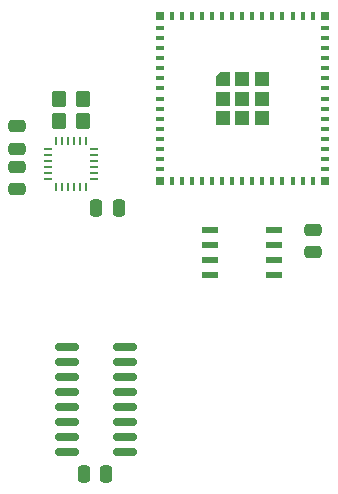
<source format=gbr>
%TF.GenerationSoftware,KiCad,Pcbnew,8.99.0-3406-g49ffbf5b50*%
%TF.CreationDate,2025-01-20T10:30:06+05:30*%
%TF.ProjectId,knob,6b6e6f62-2e6b-4696-9361-645f70636258,rev?*%
%TF.SameCoordinates,Original*%
%TF.FileFunction,Paste,Top*%
%TF.FilePolarity,Positive*%
%FSLAX46Y46*%
G04 Gerber Fmt 4.6, Leading zero omitted, Abs format (unit mm)*
G04 Created by KiCad (PCBNEW 8.99.0-3406-g49ffbf5b50) date 2025-01-20 10:30:06*
%MOMM*%
%LPD*%
G01*
G04 APERTURE LIST*
G04 Aperture macros list*
%AMRoundRect*
0 Rectangle with rounded corners*
0 $1 Rounding radius*
0 $2 $3 $4 $5 $6 $7 $8 $9 X,Y pos of 4 corners*
0 Add a 4 corners polygon primitive as box body*
4,1,4,$2,$3,$4,$5,$6,$7,$8,$9,$2,$3,0*
0 Add four circle primitives for the rounded corners*
1,1,$1+$1,$2,$3*
1,1,$1+$1,$4,$5*
1,1,$1+$1,$6,$7*
1,1,$1+$1,$8,$9*
0 Add four rect primitives between the rounded corners*
20,1,$1+$1,$2,$3,$4,$5,0*
20,1,$1+$1,$4,$5,$6,$7,0*
20,1,$1+$1,$6,$7,$8,$9,0*
20,1,$1+$1,$8,$9,$2,$3,0*%
%AMOutline5P*
0 Free polygon, 5 corners , with rotation*
0 The origin of the aperture is its center*
0 number of corners: always 5*
0 $1 to $10 corner X, Y*
0 $11 Rotation angle, in degrees counterclockwise*
0 create outline with 5 corners*
4,1,5,$1,$2,$3,$4,$5,$6,$7,$8,$9,$10,$1,$2,$11*%
%AMOutline6P*
0 Free polygon, 6 corners , with rotation*
0 The origin of the aperture is its center*
0 number of corners: always 6*
0 $1 to $12 corner X, Y*
0 $13 Rotation angle, in degrees counterclockwise*
0 create outline with 6 corners*
4,1,6,$1,$2,$3,$4,$5,$6,$7,$8,$9,$10,$11,$12,$1,$2,$13*%
%AMOutline7P*
0 Free polygon, 7 corners , with rotation*
0 The origin of the aperture is its center*
0 number of corners: always 7*
0 $1 to $14 corner X, Y*
0 $15 Rotation angle, in degrees counterclockwise*
0 create outline with 7 corners*
4,1,7,$1,$2,$3,$4,$5,$6,$7,$8,$9,$10,$11,$12,$13,$14,$1,$2,$15*%
%AMOutline8P*
0 Free polygon, 8 corners , with rotation*
0 The origin of the aperture is its center*
0 number of corners: always 8*
0 $1 to $16 corner X, Y*
0 $17 Rotation angle, in degrees counterclockwise*
0 create outline with 8 corners*
4,1,8,$1,$2,$3,$4,$5,$6,$7,$8,$9,$10,$11,$12,$13,$14,$15,$16,$1,$2,$17*%
G04 Aperture macros list end*
%ADD10RoundRect,0.250000X0.350000X0.450000X-0.350000X0.450000X-0.350000X-0.450000X0.350000X-0.450000X0*%
%ADD11R,1.400000X0.600000*%
%ADD12RoundRect,0.250000X-0.475000X0.250000X-0.475000X-0.250000X0.475000X-0.250000X0.475000X0.250000X0*%
%ADD13RoundRect,0.250000X0.475000X-0.250000X0.475000X0.250000X-0.475000X0.250000X-0.475000X-0.250000X0*%
%ADD14R,0.800000X0.400000*%
%ADD15R,0.400000X0.800000*%
%ADD16Outline5P,-0.600000X0.204000X-0.204000X0.600000X0.600000X0.600000X0.600000X-0.600000X-0.600000X-0.600000X0.000000*%
%ADD17R,1.200000X1.200000*%
%ADD18R,0.800000X0.800000*%
%ADD19RoundRect,0.250000X-0.250000X-0.475000X0.250000X-0.475000X0.250000X0.475000X-0.250000X0.475000X0*%
%ADD20RoundRect,0.250000X0.250000X0.475000X-0.250000X0.475000X-0.250000X-0.475000X0.250000X-0.475000X0*%
%ADD21R,0.280000X0.790000*%
%ADD22R,0.790000X0.280000*%
%ADD23RoundRect,0.150000X0.825000X0.150000X-0.825000X0.150000X-0.825000X-0.150000X0.825000X-0.150000X0*%
G04 APERTURE END LIST*
D10*
%TO.C,R11*%
X86500000Y-88910000D03*
X84500000Y-88910000D03*
%TD*%
D11*
%TO.C,U2*%
X102700000Y-101905000D03*
X102700000Y-100635000D03*
X102700000Y-99365000D03*
X102700000Y-98095000D03*
X97300000Y-98095000D03*
X97300000Y-99365000D03*
X97300000Y-100635000D03*
X97300000Y-101905000D03*
%TD*%
D12*
%TO.C,C1*%
X106000000Y-98095000D03*
X106000000Y-99995000D03*
%TD*%
D13*
%TO.C,C9*%
X80890000Y-94650000D03*
X80890000Y-92750000D03*
%TD*%
D14*
%TO.C,U1*%
X93000000Y-81030000D03*
X93000000Y-81880000D03*
X93000000Y-82730000D03*
X93000000Y-83580000D03*
X93000000Y-84430000D03*
X93000000Y-85280000D03*
X93000000Y-86130000D03*
X93000000Y-86980000D03*
X93000000Y-87830000D03*
X93000000Y-88680000D03*
X93000000Y-89530000D03*
X93000000Y-90380000D03*
X93000000Y-91230000D03*
X93000000Y-92080000D03*
X93000000Y-92930000D03*
D15*
X94050000Y-93980000D03*
X94900000Y-93980000D03*
X95750000Y-93980000D03*
X96600000Y-93980000D03*
X97450000Y-93980000D03*
X98300000Y-93980000D03*
X99150000Y-93980000D03*
X100000000Y-93980000D03*
X100850000Y-93980000D03*
X101700000Y-93980000D03*
X102550000Y-93980000D03*
X103400000Y-93980000D03*
X104250000Y-93980000D03*
X105100000Y-93980000D03*
X105950000Y-93980000D03*
D14*
X107000000Y-92930000D03*
X107000000Y-92080000D03*
X107000000Y-91230000D03*
X107000000Y-90380000D03*
X107000000Y-89530000D03*
X107000000Y-88680000D03*
X107000000Y-87830000D03*
X107000000Y-86980000D03*
X107000000Y-86130000D03*
X107000000Y-85280000D03*
X107000000Y-84430000D03*
X107000000Y-83580000D03*
X107000000Y-82730000D03*
X107000000Y-81880000D03*
X107000000Y-81030000D03*
D15*
X105950000Y-79980000D03*
X105100000Y-79980000D03*
X104250000Y-79980000D03*
X103400000Y-79980000D03*
X102550000Y-79980000D03*
X101700000Y-79980000D03*
X100850000Y-79980000D03*
X100000000Y-79980000D03*
X99150000Y-79980000D03*
X98300000Y-79980000D03*
X97450000Y-79980000D03*
X96600000Y-79980000D03*
X95750000Y-79980000D03*
X94900000Y-79980000D03*
X94050000Y-79980000D03*
D16*
X98350000Y-85330000D03*
D17*
X98350000Y-86980000D03*
X98350000Y-88630000D03*
X100000000Y-85330000D03*
X100000000Y-86980000D03*
X100000000Y-88630000D03*
X101650000Y-85330000D03*
X101650000Y-86980000D03*
X101650000Y-88630000D03*
D18*
X93000000Y-79980000D03*
X93000000Y-93980000D03*
X107000000Y-93980000D03*
X107000000Y-79980000D03*
%TD*%
D19*
%TO.C,C8*%
X87650000Y-96210000D03*
X89550000Y-96210000D03*
%TD*%
D20*
%TO.C,C5*%
X88500000Y-118740000D03*
X86600000Y-118740000D03*
%TD*%
D10*
%TO.C,R12*%
X86510000Y-87010000D03*
X84510000Y-87010000D03*
%TD*%
D21*
%TO.C,U5*%
X86750000Y-90570000D03*
X86250000Y-90570000D03*
X85750000Y-90570000D03*
X85250000Y-90570000D03*
X84750000Y-90570000D03*
X84250000Y-90570000D03*
D22*
X83530000Y-91290000D03*
X83530000Y-91790000D03*
X83530000Y-92290000D03*
X83530000Y-92790000D03*
X83530000Y-93290000D03*
X83530000Y-93790000D03*
D21*
X84250000Y-94510000D03*
X84750000Y-94510000D03*
X85250000Y-94510000D03*
X85750000Y-94510000D03*
X86250000Y-94510000D03*
X86750000Y-94510000D03*
D22*
X87470000Y-93790000D03*
X87470000Y-93290000D03*
X87470000Y-92790000D03*
X87470000Y-92290000D03*
X87470000Y-91790000D03*
X87470000Y-91290000D03*
%TD*%
D23*
%TO.C,U4*%
X90085000Y-116885000D03*
X90085000Y-115615000D03*
X90085000Y-114345000D03*
X90085000Y-113075000D03*
X90085000Y-111805000D03*
X90085000Y-110535000D03*
X90085000Y-109265000D03*
X90085000Y-107995000D03*
X85135000Y-107995000D03*
X85135000Y-109265000D03*
X85135000Y-110535000D03*
X85135000Y-111805000D03*
X85135000Y-113075000D03*
X85135000Y-114345000D03*
X85135000Y-115615000D03*
X85135000Y-116885000D03*
%TD*%
D13*
%TO.C,C10*%
X80890000Y-91220000D03*
X80890000Y-89320000D03*
%TD*%
M02*

</source>
